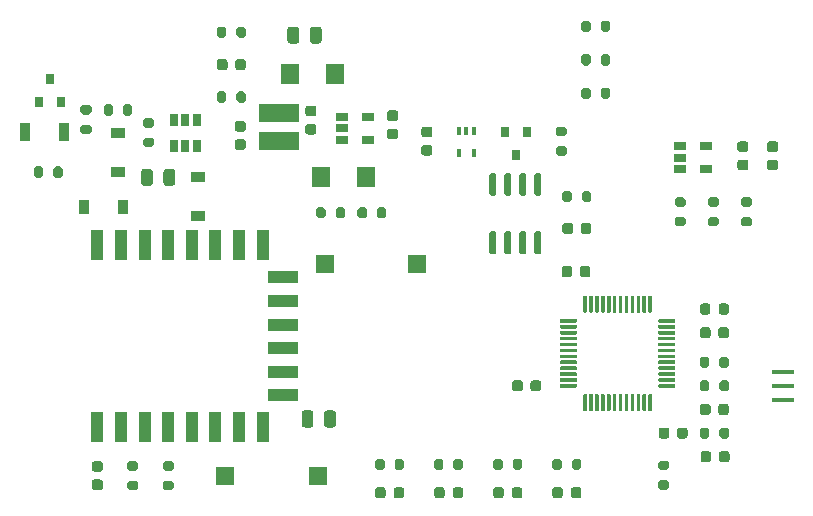
<source format=gbr>
%TF.GenerationSoftware,KiCad,Pcbnew,5.1.10*%
%TF.CreationDate,2021-05-04T20:33:21-04:00*%
%TF.ProjectId,CANalog,43414e61-6c6f-4672-9e6b-696361645f70,rev?*%
%TF.SameCoordinates,PX5b8d800PY848f8c0*%
%TF.FileFunction,Paste,Top*%
%TF.FilePolarity,Positive*%
%FSLAX46Y46*%
G04 Gerber Fmt 4.6, Leading zero omitted, Abs format (unit mm)*
G04 Created by KiCad (PCBNEW 5.1.10) date 2021-05-04 20:33:21*
%MOMM*%
%LPD*%
G01*
G04 APERTURE LIST*
%ADD10R,2.500000X1.100000*%
%ADD11R,1.100000X2.500000*%
%ADD12R,1.900000X0.400000*%
%ADD13R,0.400000X0.650000*%
%ADD14R,1.060000X0.650000*%
%ADD15R,0.650000X1.060000*%
%ADD16R,1.500000X1.500000*%
%ADD17R,0.800000X0.900000*%
%ADD18R,3.500000X1.600000*%
%ADD19R,1.200000X0.900000*%
%ADD20R,1.600000X1.800000*%
%ADD21R,0.900000X1.200000*%
%ADD22R,0.900000X1.600000*%
G04 APERTURE END LIST*
D10*
%TO.C,U4*%
X-47550000Y-25060000D03*
X-47550000Y-27060000D03*
X-47550000Y-29060000D03*
X-47550000Y-31060000D03*
X-47550000Y-33060000D03*
X-47550000Y-35060000D03*
D11*
X-63250000Y-22350000D03*
X-61250000Y-22350000D03*
X-59250000Y-22350000D03*
X-57250000Y-22350000D03*
X-55250000Y-22350000D03*
X-53250000Y-22350000D03*
X-51250000Y-22350000D03*
X-49250000Y-22350000D03*
X-49250000Y-37750000D03*
X-51250000Y-37750000D03*
X-53250000Y-37750000D03*
X-55250000Y-37750000D03*
X-57250000Y-37750000D03*
X-59250000Y-37750000D03*
X-61250000Y-37750000D03*
X-63250000Y-37750000D03*
%TD*%
%TO.C,R14*%
G36*
G01*
X-10575000Y-32525000D02*
X-10575000Y-31975000D01*
G75*
G02*
X-10375000Y-31775000I200000J0D01*
G01*
X-9975000Y-31775000D01*
G75*
G02*
X-9775000Y-31975000I0J-200000D01*
G01*
X-9775000Y-32525000D01*
G75*
G02*
X-9975000Y-32725000I-200000J0D01*
G01*
X-10375000Y-32725000D01*
G75*
G02*
X-10575000Y-32525000I0J200000D01*
G01*
G37*
G36*
G01*
X-12225000Y-32525000D02*
X-12225000Y-31975000D01*
G75*
G02*
X-12025000Y-31775000I200000J0D01*
G01*
X-11625000Y-31775000D01*
G75*
G02*
X-11425000Y-31975000I0J-200000D01*
G01*
X-11425000Y-32525000D01*
G75*
G02*
X-11625000Y-32725000I-200000J0D01*
G01*
X-12025000Y-32725000D01*
G75*
G02*
X-12225000Y-32525000I0J200000D01*
G01*
G37*
%TD*%
%TO.C,U3*%
G36*
G01*
X-16300000Y-35000000D02*
X-16300000Y-36325000D01*
G75*
G02*
X-16375000Y-36400000I-75000J0D01*
G01*
X-16525000Y-36400000D01*
G75*
G02*
X-16600000Y-36325000I0J75000D01*
G01*
X-16600000Y-35000000D01*
G75*
G02*
X-16525000Y-34925000I75000J0D01*
G01*
X-16375000Y-34925000D01*
G75*
G02*
X-16300000Y-35000000I0J-75000D01*
G01*
G37*
G36*
G01*
X-16800000Y-35000000D02*
X-16800000Y-36325000D01*
G75*
G02*
X-16875000Y-36400000I-75000J0D01*
G01*
X-17025000Y-36400000D01*
G75*
G02*
X-17100000Y-36325000I0J75000D01*
G01*
X-17100000Y-35000000D01*
G75*
G02*
X-17025000Y-34925000I75000J0D01*
G01*
X-16875000Y-34925000D01*
G75*
G02*
X-16800000Y-35000000I0J-75000D01*
G01*
G37*
G36*
G01*
X-17300000Y-35000000D02*
X-17300000Y-36325000D01*
G75*
G02*
X-17375000Y-36400000I-75000J0D01*
G01*
X-17525000Y-36400000D01*
G75*
G02*
X-17600000Y-36325000I0J75000D01*
G01*
X-17600000Y-35000000D01*
G75*
G02*
X-17525000Y-34925000I75000J0D01*
G01*
X-17375000Y-34925000D01*
G75*
G02*
X-17300000Y-35000000I0J-75000D01*
G01*
G37*
G36*
G01*
X-17800000Y-35000000D02*
X-17800000Y-36325000D01*
G75*
G02*
X-17875000Y-36400000I-75000J0D01*
G01*
X-18025000Y-36400000D01*
G75*
G02*
X-18100000Y-36325000I0J75000D01*
G01*
X-18100000Y-35000000D01*
G75*
G02*
X-18025000Y-34925000I75000J0D01*
G01*
X-17875000Y-34925000D01*
G75*
G02*
X-17800000Y-35000000I0J-75000D01*
G01*
G37*
G36*
G01*
X-18300000Y-35000000D02*
X-18300000Y-36325000D01*
G75*
G02*
X-18375000Y-36400000I-75000J0D01*
G01*
X-18525000Y-36400000D01*
G75*
G02*
X-18600000Y-36325000I0J75000D01*
G01*
X-18600000Y-35000000D01*
G75*
G02*
X-18525000Y-34925000I75000J0D01*
G01*
X-18375000Y-34925000D01*
G75*
G02*
X-18300000Y-35000000I0J-75000D01*
G01*
G37*
G36*
G01*
X-18800000Y-35000000D02*
X-18800000Y-36325000D01*
G75*
G02*
X-18875000Y-36400000I-75000J0D01*
G01*
X-19025000Y-36400000D01*
G75*
G02*
X-19100000Y-36325000I0J75000D01*
G01*
X-19100000Y-35000000D01*
G75*
G02*
X-19025000Y-34925000I75000J0D01*
G01*
X-18875000Y-34925000D01*
G75*
G02*
X-18800000Y-35000000I0J-75000D01*
G01*
G37*
G36*
G01*
X-19300000Y-35000000D02*
X-19300000Y-36325000D01*
G75*
G02*
X-19375000Y-36400000I-75000J0D01*
G01*
X-19525000Y-36400000D01*
G75*
G02*
X-19600000Y-36325000I0J75000D01*
G01*
X-19600000Y-35000000D01*
G75*
G02*
X-19525000Y-34925000I75000J0D01*
G01*
X-19375000Y-34925000D01*
G75*
G02*
X-19300000Y-35000000I0J-75000D01*
G01*
G37*
G36*
G01*
X-19800000Y-35000000D02*
X-19800000Y-36325000D01*
G75*
G02*
X-19875000Y-36400000I-75000J0D01*
G01*
X-20025000Y-36400000D01*
G75*
G02*
X-20100000Y-36325000I0J75000D01*
G01*
X-20100000Y-35000000D01*
G75*
G02*
X-20025000Y-34925000I75000J0D01*
G01*
X-19875000Y-34925000D01*
G75*
G02*
X-19800000Y-35000000I0J-75000D01*
G01*
G37*
G36*
G01*
X-20300000Y-35000000D02*
X-20300000Y-36325000D01*
G75*
G02*
X-20375000Y-36400000I-75000J0D01*
G01*
X-20525000Y-36400000D01*
G75*
G02*
X-20600000Y-36325000I0J75000D01*
G01*
X-20600000Y-35000000D01*
G75*
G02*
X-20525000Y-34925000I75000J0D01*
G01*
X-20375000Y-34925000D01*
G75*
G02*
X-20300000Y-35000000I0J-75000D01*
G01*
G37*
G36*
G01*
X-20800000Y-35000000D02*
X-20800000Y-36325000D01*
G75*
G02*
X-20875000Y-36400000I-75000J0D01*
G01*
X-21025000Y-36400000D01*
G75*
G02*
X-21100000Y-36325000I0J75000D01*
G01*
X-21100000Y-35000000D01*
G75*
G02*
X-21025000Y-34925000I75000J0D01*
G01*
X-20875000Y-34925000D01*
G75*
G02*
X-20800000Y-35000000I0J-75000D01*
G01*
G37*
G36*
G01*
X-21300000Y-35000000D02*
X-21300000Y-36325000D01*
G75*
G02*
X-21375000Y-36400000I-75000J0D01*
G01*
X-21525000Y-36400000D01*
G75*
G02*
X-21600000Y-36325000I0J75000D01*
G01*
X-21600000Y-35000000D01*
G75*
G02*
X-21525000Y-34925000I75000J0D01*
G01*
X-21375000Y-34925000D01*
G75*
G02*
X-21300000Y-35000000I0J-75000D01*
G01*
G37*
G36*
G01*
X-21800000Y-35000000D02*
X-21800000Y-36325000D01*
G75*
G02*
X-21875000Y-36400000I-75000J0D01*
G01*
X-22025000Y-36400000D01*
G75*
G02*
X-22100000Y-36325000I0J75000D01*
G01*
X-22100000Y-35000000D01*
G75*
G02*
X-22025000Y-34925000I75000J0D01*
G01*
X-21875000Y-34925000D01*
G75*
G02*
X-21800000Y-35000000I0J-75000D01*
G01*
G37*
G36*
G01*
X-22625000Y-34175000D02*
X-22625000Y-34325000D01*
G75*
G02*
X-22700000Y-34400000I-75000J0D01*
G01*
X-24025000Y-34400000D01*
G75*
G02*
X-24100000Y-34325000I0J75000D01*
G01*
X-24100000Y-34175000D01*
G75*
G02*
X-24025000Y-34100000I75000J0D01*
G01*
X-22700000Y-34100000D01*
G75*
G02*
X-22625000Y-34175000I0J-75000D01*
G01*
G37*
G36*
G01*
X-22625000Y-33675000D02*
X-22625000Y-33825000D01*
G75*
G02*
X-22700000Y-33900000I-75000J0D01*
G01*
X-24025000Y-33900000D01*
G75*
G02*
X-24100000Y-33825000I0J75000D01*
G01*
X-24100000Y-33675000D01*
G75*
G02*
X-24025000Y-33600000I75000J0D01*
G01*
X-22700000Y-33600000D01*
G75*
G02*
X-22625000Y-33675000I0J-75000D01*
G01*
G37*
G36*
G01*
X-22625000Y-33175000D02*
X-22625000Y-33325000D01*
G75*
G02*
X-22700000Y-33400000I-75000J0D01*
G01*
X-24025000Y-33400000D01*
G75*
G02*
X-24100000Y-33325000I0J75000D01*
G01*
X-24100000Y-33175000D01*
G75*
G02*
X-24025000Y-33100000I75000J0D01*
G01*
X-22700000Y-33100000D01*
G75*
G02*
X-22625000Y-33175000I0J-75000D01*
G01*
G37*
G36*
G01*
X-22625000Y-32675000D02*
X-22625000Y-32825000D01*
G75*
G02*
X-22700000Y-32900000I-75000J0D01*
G01*
X-24025000Y-32900000D01*
G75*
G02*
X-24100000Y-32825000I0J75000D01*
G01*
X-24100000Y-32675000D01*
G75*
G02*
X-24025000Y-32600000I75000J0D01*
G01*
X-22700000Y-32600000D01*
G75*
G02*
X-22625000Y-32675000I0J-75000D01*
G01*
G37*
G36*
G01*
X-22625000Y-32175000D02*
X-22625000Y-32325000D01*
G75*
G02*
X-22700000Y-32400000I-75000J0D01*
G01*
X-24025000Y-32400000D01*
G75*
G02*
X-24100000Y-32325000I0J75000D01*
G01*
X-24100000Y-32175000D01*
G75*
G02*
X-24025000Y-32100000I75000J0D01*
G01*
X-22700000Y-32100000D01*
G75*
G02*
X-22625000Y-32175000I0J-75000D01*
G01*
G37*
G36*
G01*
X-22625000Y-31675000D02*
X-22625000Y-31825000D01*
G75*
G02*
X-22700000Y-31900000I-75000J0D01*
G01*
X-24025000Y-31900000D01*
G75*
G02*
X-24100000Y-31825000I0J75000D01*
G01*
X-24100000Y-31675000D01*
G75*
G02*
X-24025000Y-31600000I75000J0D01*
G01*
X-22700000Y-31600000D01*
G75*
G02*
X-22625000Y-31675000I0J-75000D01*
G01*
G37*
G36*
G01*
X-22625000Y-31175000D02*
X-22625000Y-31325000D01*
G75*
G02*
X-22700000Y-31400000I-75000J0D01*
G01*
X-24025000Y-31400000D01*
G75*
G02*
X-24100000Y-31325000I0J75000D01*
G01*
X-24100000Y-31175000D01*
G75*
G02*
X-24025000Y-31100000I75000J0D01*
G01*
X-22700000Y-31100000D01*
G75*
G02*
X-22625000Y-31175000I0J-75000D01*
G01*
G37*
G36*
G01*
X-22625000Y-30675000D02*
X-22625000Y-30825000D01*
G75*
G02*
X-22700000Y-30900000I-75000J0D01*
G01*
X-24025000Y-30900000D01*
G75*
G02*
X-24100000Y-30825000I0J75000D01*
G01*
X-24100000Y-30675000D01*
G75*
G02*
X-24025000Y-30600000I75000J0D01*
G01*
X-22700000Y-30600000D01*
G75*
G02*
X-22625000Y-30675000I0J-75000D01*
G01*
G37*
G36*
G01*
X-22625000Y-30175000D02*
X-22625000Y-30325000D01*
G75*
G02*
X-22700000Y-30400000I-75000J0D01*
G01*
X-24025000Y-30400000D01*
G75*
G02*
X-24100000Y-30325000I0J75000D01*
G01*
X-24100000Y-30175000D01*
G75*
G02*
X-24025000Y-30100000I75000J0D01*
G01*
X-22700000Y-30100000D01*
G75*
G02*
X-22625000Y-30175000I0J-75000D01*
G01*
G37*
G36*
G01*
X-22625000Y-29675000D02*
X-22625000Y-29825000D01*
G75*
G02*
X-22700000Y-29900000I-75000J0D01*
G01*
X-24025000Y-29900000D01*
G75*
G02*
X-24100000Y-29825000I0J75000D01*
G01*
X-24100000Y-29675000D01*
G75*
G02*
X-24025000Y-29600000I75000J0D01*
G01*
X-22700000Y-29600000D01*
G75*
G02*
X-22625000Y-29675000I0J-75000D01*
G01*
G37*
G36*
G01*
X-22625000Y-29175000D02*
X-22625000Y-29325000D01*
G75*
G02*
X-22700000Y-29400000I-75000J0D01*
G01*
X-24025000Y-29400000D01*
G75*
G02*
X-24100000Y-29325000I0J75000D01*
G01*
X-24100000Y-29175000D01*
G75*
G02*
X-24025000Y-29100000I75000J0D01*
G01*
X-22700000Y-29100000D01*
G75*
G02*
X-22625000Y-29175000I0J-75000D01*
G01*
G37*
G36*
G01*
X-22625000Y-28675000D02*
X-22625000Y-28825000D01*
G75*
G02*
X-22700000Y-28900000I-75000J0D01*
G01*
X-24025000Y-28900000D01*
G75*
G02*
X-24100000Y-28825000I0J75000D01*
G01*
X-24100000Y-28675000D01*
G75*
G02*
X-24025000Y-28600000I75000J0D01*
G01*
X-22700000Y-28600000D01*
G75*
G02*
X-22625000Y-28675000I0J-75000D01*
G01*
G37*
G36*
G01*
X-21800000Y-26675000D02*
X-21800000Y-28000000D01*
G75*
G02*
X-21875000Y-28075000I-75000J0D01*
G01*
X-22025000Y-28075000D01*
G75*
G02*
X-22100000Y-28000000I0J75000D01*
G01*
X-22100000Y-26675000D01*
G75*
G02*
X-22025000Y-26600000I75000J0D01*
G01*
X-21875000Y-26600000D01*
G75*
G02*
X-21800000Y-26675000I0J-75000D01*
G01*
G37*
G36*
G01*
X-21300000Y-26675000D02*
X-21300000Y-28000000D01*
G75*
G02*
X-21375000Y-28075000I-75000J0D01*
G01*
X-21525000Y-28075000D01*
G75*
G02*
X-21600000Y-28000000I0J75000D01*
G01*
X-21600000Y-26675000D01*
G75*
G02*
X-21525000Y-26600000I75000J0D01*
G01*
X-21375000Y-26600000D01*
G75*
G02*
X-21300000Y-26675000I0J-75000D01*
G01*
G37*
G36*
G01*
X-20800000Y-26675000D02*
X-20800000Y-28000000D01*
G75*
G02*
X-20875000Y-28075000I-75000J0D01*
G01*
X-21025000Y-28075000D01*
G75*
G02*
X-21100000Y-28000000I0J75000D01*
G01*
X-21100000Y-26675000D01*
G75*
G02*
X-21025000Y-26600000I75000J0D01*
G01*
X-20875000Y-26600000D01*
G75*
G02*
X-20800000Y-26675000I0J-75000D01*
G01*
G37*
G36*
G01*
X-20300000Y-26675000D02*
X-20300000Y-28000000D01*
G75*
G02*
X-20375000Y-28075000I-75000J0D01*
G01*
X-20525000Y-28075000D01*
G75*
G02*
X-20600000Y-28000000I0J75000D01*
G01*
X-20600000Y-26675000D01*
G75*
G02*
X-20525000Y-26600000I75000J0D01*
G01*
X-20375000Y-26600000D01*
G75*
G02*
X-20300000Y-26675000I0J-75000D01*
G01*
G37*
G36*
G01*
X-19800000Y-26675000D02*
X-19800000Y-28000000D01*
G75*
G02*
X-19875000Y-28075000I-75000J0D01*
G01*
X-20025000Y-28075000D01*
G75*
G02*
X-20100000Y-28000000I0J75000D01*
G01*
X-20100000Y-26675000D01*
G75*
G02*
X-20025000Y-26600000I75000J0D01*
G01*
X-19875000Y-26600000D01*
G75*
G02*
X-19800000Y-26675000I0J-75000D01*
G01*
G37*
G36*
G01*
X-19300000Y-26675000D02*
X-19300000Y-28000000D01*
G75*
G02*
X-19375000Y-28075000I-75000J0D01*
G01*
X-19525000Y-28075000D01*
G75*
G02*
X-19600000Y-28000000I0J75000D01*
G01*
X-19600000Y-26675000D01*
G75*
G02*
X-19525000Y-26600000I75000J0D01*
G01*
X-19375000Y-26600000D01*
G75*
G02*
X-19300000Y-26675000I0J-75000D01*
G01*
G37*
G36*
G01*
X-18800000Y-26675000D02*
X-18800000Y-28000000D01*
G75*
G02*
X-18875000Y-28075000I-75000J0D01*
G01*
X-19025000Y-28075000D01*
G75*
G02*
X-19100000Y-28000000I0J75000D01*
G01*
X-19100000Y-26675000D01*
G75*
G02*
X-19025000Y-26600000I75000J0D01*
G01*
X-18875000Y-26600000D01*
G75*
G02*
X-18800000Y-26675000I0J-75000D01*
G01*
G37*
G36*
G01*
X-18300000Y-26675000D02*
X-18300000Y-28000000D01*
G75*
G02*
X-18375000Y-28075000I-75000J0D01*
G01*
X-18525000Y-28075000D01*
G75*
G02*
X-18600000Y-28000000I0J75000D01*
G01*
X-18600000Y-26675000D01*
G75*
G02*
X-18525000Y-26600000I75000J0D01*
G01*
X-18375000Y-26600000D01*
G75*
G02*
X-18300000Y-26675000I0J-75000D01*
G01*
G37*
G36*
G01*
X-17800000Y-26675000D02*
X-17800000Y-28000000D01*
G75*
G02*
X-17875000Y-28075000I-75000J0D01*
G01*
X-18025000Y-28075000D01*
G75*
G02*
X-18100000Y-28000000I0J75000D01*
G01*
X-18100000Y-26675000D01*
G75*
G02*
X-18025000Y-26600000I75000J0D01*
G01*
X-17875000Y-26600000D01*
G75*
G02*
X-17800000Y-26675000I0J-75000D01*
G01*
G37*
G36*
G01*
X-17300000Y-26675000D02*
X-17300000Y-28000000D01*
G75*
G02*
X-17375000Y-28075000I-75000J0D01*
G01*
X-17525000Y-28075000D01*
G75*
G02*
X-17600000Y-28000000I0J75000D01*
G01*
X-17600000Y-26675000D01*
G75*
G02*
X-17525000Y-26600000I75000J0D01*
G01*
X-17375000Y-26600000D01*
G75*
G02*
X-17300000Y-26675000I0J-75000D01*
G01*
G37*
G36*
G01*
X-16800000Y-26675000D02*
X-16800000Y-28000000D01*
G75*
G02*
X-16875000Y-28075000I-75000J0D01*
G01*
X-17025000Y-28075000D01*
G75*
G02*
X-17100000Y-28000000I0J75000D01*
G01*
X-17100000Y-26675000D01*
G75*
G02*
X-17025000Y-26600000I75000J0D01*
G01*
X-16875000Y-26600000D01*
G75*
G02*
X-16800000Y-26675000I0J-75000D01*
G01*
G37*
G36*
G01*
X-16300000Y-26675000D02*
X-16300000Y-28000000D01*
G75*
G02*
X-16375000Y-28075000I-75000J0D01*
G01*
X-16525000Y-28075000D01*
G75*
G02*
X-16600000Y-28000000I0J75000D01*
G01*
X-16600000Y-26675000D01*
G75*
G02*
X-16525000Y-26600000I75000J0D01*
G01*
X-16375000Y-26600000D01*
G75*
G02*
X-16300000Y-26675000I0J-75000D01*
G01*
G37*
G36*
G01*
X-14300000Y-28675000D02*
X-14300000Y-28825000D01*
G75*
G02*
X-14375000Y-28900000I-75000J0D01*
G01*
X-15700000Y-28900000D01*
G75*
G02*
X-15775000Y-28825000I0J75000D01*
G01*
X-15775000Y-28675000D01*
G75*
G02*
X-15700000Y-28600000I75000J0D01*
G01*
X-14375000Y-28600000D01*
G75*
G02*
X-14300000Y-28675000I0J-75000D01*
G01*
G37*
G36*
G01*
X-14300000Y-29175000D02*
X-14300000Y-29325000D01*
G75*
G02*
X-14375000Y-29400000I-75000J0D01*
G01*
X-15700000Y-29400000D01*
G75*
G02*
X-15775000Y-29325000I0J75000D01*
G01*
X-15775000Y-29175000D01*
G75*
G02*
X-15700000Y-29100000I75000J0D01*
G01*
X-14375000Y-29100000D01*
G75*
G02*
X-14300000Y-29175000I0J-75000D01*
G01*
G37*
G36*
G01*
X-14300000Y-29675000D02*
X-14300000Y-29825000D01*
G75*
G02*
X-14375000Y-29900000I-75000J0D01*
G01*
X-15700000Y-29900000D01*
G75*
G02*
X-15775000Y-29825000I0J75000D01*
G01*
X-15775000Y-29675000D01*
G75*
G02*
X-15700000Y-29600000I75000J0D01*
G01*
X-14375000Y-29600000D01*
G75*
G02*
X-14300000Y-29675000I0J-75000D01*
G01*
G37*
G36*
G01*
X-14300000Y-30175000D02*
X-14300000Y-30325000D01*
G75*
G02*
X-14375000Y-30400000I-75000J0D01*
G01*
X-15700000Y-30400000D01*
G75*
G02*
X-15775000Y-30325000I0J75000D01*
G01*
X-15775000Y-30175000D01*
G75*
G02*
X-15700000Y-30100000I75000J0D01*
G01*
X-14375000Y-30100000D01*
G75*
G02*
X-14300000Y-30175000I0J-75000D01*
G01*
G37*
G36*
G01*
X-14300000Y-30675000D02*
X-14300000Y-30825000D01*
G75*
G02*
X-14375000Y-30900000I-75000J0D01*
G01*
X-15700000Y-30900000D01*
G75*
G02*
X-15775000Y-30825000I0J75000D01*
G01*
X-15775000Y-30675000D01*
G75*
G02*
X-15700000Y-30600000I75000J0D01*
G01*
X-14375000Y-30600000D01*
G75*
G02*
X-14300000Y-30675000I0J-75000D01*
G01*
G37*
G36*
G01*
X-14300000Y-31175000D02*
X-14300000Y-31325000D01*
G75*
G02*
X-14375000Y-31400000I-75000J0D01*
G01*
X-15700000Y-31400000D01*
G75*
G02*
X-15775000Y-31325000I0J75000D01*
G01*
X-15775000Y-31175000D01*
G75*
G02*
X-15700000Y-31100000I75000J0D01*
G01*
X-14375000Y-31100000D01*
G75*
G02*
X-14300000Y-31175000I0J-75000D01*
G01*
G37*
G36*
G01*
X-14300000Y-31675000D02*
X-14300000Y-31825000D01*
G75*
G02*
X-14375000Y-31900000I-75000J0D01*
G01*
X-15700000Y-31900000D01*
G75*
G02*
X-15775000Y-31825000I0J75000D01*
G01*
X-15775000Y-31675000D01*
G75*
G02*
X-15700000Y-31600000I75000J0D01*
G01*
X-14375000Y-31600000D01*
G75*
G02*
X-14300000Y-31675000I0J-75000D01*
G01*
G37*
G36*
G01*
X-14300000Y-32175000D02*
X-14300000Y-32325000D01*
G75*
G02*
X-14375000Y-32400000I-75000J0D01*
G01*
X-15700000Y-32400000D01*
G75*
G02*
X-15775000Y-32325000I0J75000D01*
G01*
X-15775000Y-32175000D01*
G75*
G02*
X-15700000Y-32100000I75000J0D01*
G01*
X-14375000Y-32100000D01*
G75*
G02*
X-14300000Y-32175000I0J-75000D01*
G01*
G37*
G36*
G01*
X-14300000Y-32675000D02*
X-14300000Y-32825000D01*
G75*
G02*
X-14375000Y-32900000I-75000J0D01*
G01*
X-15700000Y-32900000D01*
G75*
G02*
X-15775000Y-32825000I0J75000D01*
G01*
X-15775000Y-32675000D01*
G75*
G02*
X-15700000Y-32600000I75000J0D01*
G01*
X-14375000Y-32600000D01*
G75*
G02*
X-14300000Y-32675000I0J-75000D01*
G01*
G37*
G36*
G01*
X-14300000Y-33175000D02*
X-14300000Y-33325000D01*
G75*
G02*
X-14375000Y-33400000I-75000J0D01*
G01*
X-15700000Y-33400000D01*
G75*
G02*
X-15775000Y-33325000I0J75000D01*
G01*
X-15775000Y-33175000D01*
G75*
G02*
X-15700000Y-33100000I75000J0D01*
G01*
X-14375000Y-33100000D01*
G75*
G02*
X-14300000Y-33175000I0J-75000D01*
G01*
G37*
G36*
G01*
X-14300000Y-33675000D02*
X-14300000Y-33825000D01*
G75*
G02*
X-14375000Y-33900000I-75000J0D01*
G01*
X-15700000Y-33900000D01*
G75*
G02*
X-15775000Y-33825000I0J75000D01*
G01*
X-15775000Y-33675000D01*
G75*
G02*
X-15700000Y-33600000I75000J0D01*
G01*
X-14375000Y-33600000D01*
G75*
G02*
X-14300000Y-33675000I0J-75000D01*
G01*
G37*
G36*
G01*
X-14300000Y-34175000D02*
X-14300000Y-34325000D01*
G75*
G02*
X-14375000Y-34400000I-75000J0D01*
G01*
X-15700000Y-34400000D01*
G75*
G02*
X-15775000Y-34325000I0J75000D01*
G01*
X-15775000Y-34175000D01*
G75*
G02*
X-15700000Y-34100000I75000J0D01*
G01*
X-14375000Y-34100000D01*
G75*
G02*
X-14300000Y-34175000I0J-75000D01*
G01*
G37*
%TD*%
%TO.C,FB1*%
G36*
G01*
X-10650000Y-28006250D02*
X-10650000Y-27493750D01*
G75*
G02*
X-10431250Y-27275000I218750J0D01*
G01*
X-9993750Y-27275000D01*
G75*
G02*
X-9775000Y-27493750I0J-218750D01*
G01*
X-9775000Y-28006250D01*
G75*
G02*
X-9993750Y-28225000I-218750J0D01*
G01*
X-10431250Y-28225000D01*
G75*
G02*
X-10650000Y-28006250I0J218750D01*
G01*
G37*
G36*
G01*
X-12225000Y-28006250D02*
X-12225000Y-27493750D01*
G75*
G02*
X-12006250Y-27275000I218750J0D01*
G01*
X-11568750Y-27275000D01*
G75*
G02*
X-11350000Y-27493750I0J-218750D01*
G01*
X-11350000Y-28006250D01*
G75*
G02*
X-11568750Y-28225000I-218750J0D01*
G01*
X-12006250Y-28225000D01*
G75*
G02*
X-12225000Y-28006250I0J218750D01*
G01*
G37*
%TD*%
D12*
%TO.C,Y1*%
X-5200000Y-33050000D03*
X-5200000Y-34250000D03*
X-5200000Y-35450000D03*
%TD*%
D13*
%TO.C,U7*%
X-31350000Y-14575000D03*
X-32650000Y-14575000D03*
X-32000000Y-12675000D03*
X-32650000Y-12675000D03*
X-31350000Y-12675000D03*
%TD*%
%TO.C,U6*%
G36*
G01*
X-29605000Y-18175000D02*
X-29905000Y-18175000D01*
G75*
G02*
X-30055000Y-18025000I0J150000D01*
G01*
X-30055000Y-16375000D01*
G75*
G02*
X-29905000Y-16225000I150000J0D01*
G01*
X-29605000Y-16225000D01*
G75*
G02*
X-29455000Y-16375000I0J-150000D01*
G01*
X-29455000Y-18025000D01*
G75*
G02*
X-29605000Y-18175000I-150000J0D01*
G01*
G37*
G36*
G01*
X-28335000Y-18175000D02*
X-28635000Y-18175000D01*
G75*
G02*
X-28785000Y-18025000I0J150000D01*
G01*
X-28785000Y-16375000D01*
G75*
G02*
X-28635000Y-16225000I150000J0D01*
G01*
X-28335000Y-16225000D01*
G75*
G02*
X-28185000Y-16375000I0J-150000D01*
G01*
X-28185000Y-18025000D01*
G75*
G02*
X-28335000Y-18175000I-150000J0D01*
G01*
G37*
G36*
G01*
X-27065000Y-18175000D02*
X-27365000Y-18175000D01*
G75*
G02*
X-27515000Y-18025000I0J150000D01*
G01*
X-27515000Y-16375000D01*
G75*
G02*
X-27365000Y-16225000I150000J0D01*
G01*
X-27065000Y-16225000D01*
G75*
G02*
X-26915000Y-16375000I0J-150000D01*
G01*
X-26915000Y-18025000D01*
G75*
G02*
X-27065000Y-18175000I-150000J0D01*
G01*
G37*
G36*
G01*
X-25795000Y-18175000D02*
X-26095000Y-18175000D01*
G75*
G02*
X-26245000Y-18025000I0J150000D01*
G01*
X-26245000Y-16375000D01*
G75*
G02*
X-26095000Y-16225000I150000J0D01*
G01*
X-25795000Y-16225000D01*
G75*
G02*
X-25645000Y-16375000I0J-150000D01*
G01*
X-25645000Y-18025000D01*
G75*
G02*
X-25795000Y-18175000I-150000J0D01*
G01*
G37*
G36*
G01*
X-25795000Y-23125000D02*
X-26095000Y-23125000D01*
G75*
G02*
X-26245000Y-22975000I0J150000D01*
G01*
X-26245000Y-21325000D01*
G75*
G02*
X-26095000Y-21175000I150000J0D01*
G01*
X-25795000Y-21175000D01*
G75*
G02*
X-25645000Y-21325000I0J-150000D01*
G01*
X-25645000Y-22975000D01*
G75*
G02*
X-25795000Y-23125000I-150000J0D01*
G01*
G37*
G36*
G01*
X-27065000Y-23125000D02*
X-27365000Y-23125000D01*
G75*
G02*
X-27515000Y-22975000I0J150000D01*
G01*
X-27515000Y-21325000D01*
G75*
G02*
X-27365000Y-21175000I150000J0D01*
G01*
X-27065000Y-21175000D01*
G75*
G02*
X-26915000Y-21325000I0J-150000D01*
G01*
X-26915000Y-22975000D01*
G75*
G02*
X-27065000Y-23125000I-150000J0D01*
G01*
G37*
G36*
G01*
X-28335000Y-23125000D02*
X-28635000Y-23125000D01*
G75*
G02*
X-28785000Y-22975000I0J150000D01*
G01*
X-28785000Y-21325000D01*
G75*
G02*
X-28635000Y-21175000I150000J0D01*
G01*
X-28335000Y-21175000D01*
G75*
G02*
X-28185000Y-21325000I0J-150000D01*
G01*
X-28185000Y-22975000D01*
G75*
G02*
X-28335000Y-23125000I-150000J0D01*
G01*
G37*
G36*
G01*
X-29605000Y-23125000D02*
X-29905000Y-23125000D01*
G75*
G02*
X-30055000Y-22975000I0J150000D01*
G01*
X-30055000Y-21325000D01*
G75*
G02*
X-29905000Y-21175000I150000J0D01*
G01*
X-29605000Y-21175000D01*
G75*
G02*
X-29455000Y-21325000I0J-150000D01*
G01*
X-29455000Y-22975000D01*
G75*
G02*
X-29605000Y-23125000I-150000J0D01*
G01*
G37*
%TD*%
D14*
%TO.C,U5*%
X-11700000Y-13975000D03*
X-11700000Y-15875000D03*
X-13900000Y-15875000D03*
X-13900000Y-14925000D03*
X-13900000Y-13975000D03*
%TD*%
%TO.C,U2*%
X-40300000Y-11500000D03*
X-40300000Y-13400000D03*
X-42500000Y-13400000D03*
X-42500000Y-12450000D03*
X-42500000Y-11500000D03*
%TD*%
D15*
%TO.C,U1*%
X-55800000Y-13900000D03*
X-54850000Y-13900000D03*
X-56750000Y-13900000D03*
X-56750000Y-11700000D03*
X-55800000Y-11700000D03*
X-54850000Y-11700000D03*
%TD*%
D16*
%TO.C,SW2*%
X-44000000Y-23900000D03*
X-36200000Y-23900000D03*
%TD*%
%TO.C,SW1*%
X-52400000Y-41875000D03*
X-44600000Y-41875000D03*
%TD*%
%TO.C,R26*%
G36*
G01*
X-24250000Y-13950000D02*
X-23700000Y-13950000D01*
G75*
G02*
X-23500000Y-14150000I0J-200000D01*
G01*
X-23500000Y-14550000D01*
G75*
G02*
X-23700000Y-14750000I-200000J0D01*
G01*
X-24250000Y-14750000D01*
G75*
G02*
X-24450000Y-14550000I0J200000D01*
G01*
X-24450000Y-14150000D01*
G75*
G02*
X-24250000Y-13950000I200000J0D01*
G01*
G37*
G36*
G01*
X-24250000Y-12300000D02*
X-23700000Y-12300000D01*
G75*
G02*
X-23500000Y-12500000I0J-200000D01*
G01*
X-23500000Y-12900000D01*
G75*
G02*
X-23700000Y-13100000I-200000J0D01*
G01*
X-24250000Y-13100000D01*
G75*
G02*
X-24450000Y-12900000I0J200000D01*
G01*
X-24450000Y-12500000D01*
G75*
G02*
X-24250000Y-12300000I200000J0D01*
G01*
G37*
%TD*%
%TO.C,R25*%
G36*
G01*
X-23925000Y-40625000D02*
X-23925000Y-41175000D01*
G75*
G02*
X-24125000Y-41375000I-200000J0D01*
G01*
X-24525000Y-41375000D01*
G75*
G02*
X-24725000Y-41175000I0J200000D01*
G01*
X-24725000Y-40625000D01*
G75*
G02*
X-24525000Y-40425000I200000J0D01*
G01*
X-24125000Y-40425000D01*
G75*
G02*
X-23925000Y-40625000I0J-200000D01*
G01*
G37*
G36*
G01*
X-22275000Y-40625000D02*
X-22275000Y-41175000D01*
G75*
G02*
X-22475000Y-41375000I-200000J0D01*
G01*
X-22875000Y-41375000D01*
G75*
G02*
X-23075000Y-41175000I0J200000D01*
G01*
X-23075000Y-40625000D01*
G75*
G02*
X-22875000Y-40425000I200000J0D01*
G01*
X-22475000Y-40425000D01*
G75*
G02*
X-22275000Y-40625000I0J-200000D01*
G01*
G37*
%TD*%
%TO.C,R24*%
G36*
G01*
X-28925000Y-40625000D02*
X-28925000Y-41175000D01*
G75*
G02*
X-29125000Y-41375000I-200000J0D01*
G01*
X-29525000Y-41375000D01*
G75*
G02*
X-29725000Y-41175000I0J200000D01*
G01*
X-29725000Y-40625000D01*
G75*
G02*
X-29525000Y-40425000I200000J0D01*
G01*
X-29125000Y-40425000D01*
G75*
G02*
X-28925000Y-40625000I0J-200000D01*
G01*
G37*
G36*
G01*
X-27275000Y-40625000D02*
X-27275000Y-41175000D01*
G75*
G02*
X-27475000Y-41375000I-200000J0D01*
G01*
X-27875000Y-41375000D01*
G75*
G02*
X-28075000Y-41175000I0J200000D01*
G01*
X-28075000Y-40625000D01*
G75*
G02*
X-27875000Y-40425000I200000J0D01*
G01*
X-27475000Y-40425000D01*
G75*
G02*
X-27275000Y-40625000I0J-200000D01*
G01*
G37*
%TD*%
%TO.C,R23*%
G36*
G01*
X-33950000Y-40625000D02*
X-33950000Y-41175000D01*
G75*
G02*
X-34150000Y-41375000I-200000J0D01*
G01*
X-34550000Y-41375000D01*
G75*
G02*
X-34750000Y-41175000I0J200000D01*
G01*
X-34750000Y-40625000D01*
G75*
G02*
X-34550000Y-40425000I200000J0D01*
G01*
X-34150000Y-40425000D01*
G75*
G02*
X-33950000Y-40625000I0J-200000D01*
G01*
G37*
G36*
G01*
X-32300000Y-40625000D02*
X-32300000Y-41175000D01*
G75*
G02*
X-32500000Y-41375000I-200000J0D01*
G01*
X-32900000Y-41375000D01*
G75*
G02*
X-33100000Y-41175000I0J200000D01*
G01*
X-33100000Y-40625000D01*
G75*
G02*
X-32900000Y-40425000I200000J0D01*
G01*
X-32500000Y-40425000D01*
G75*
G02*
X-32300000Y-40625000I0J-200000D01*
G01*
G37*
%TD*%
%TO.C,R22*%
G36*
G01*
X-38075000Y-41175000D02*
X-38075000Y-40625000D01*
G75*
G02*
X-37875000Y-40425000I200000J0D01*
G01*
X-37475000Y-40425000D01*
G75*
G02*
X-37275000Y-40625000I0J-200000D01*
G01*
X-37275000Y-41175000D01*
G75*
G02*
X-37475000Y-41375000I-200000J0D01*
G01*
X-37875000Y-41375000D01*
G75*
G02*
X-38075000Y-41175000I0J200000D01*
G01*
G37*
G36*
G01*
X-39725000Y-41175000D02*
X-39725000Y-40625000D01*
G75*
G02*
X-39525000Y-40425000I200000J0D01*
G01*
X-39125000Y-40425000D01*
G75*
G02*
X-38925000Y-40625000I0J-200000D01*
G01*
X-38925000Y-41175000D01*
G75*
G02*
X-39125000Y-41375000I-200000J0D01*
G01*
X-39525000Y-41375000D01*
G75*
G02*
X-39725000Y-41175000I0J200000D01*
G01*
G37*
%TD*%
%TO.C,R21*%
G36*
G01*
X-22225000Y-18500000D02*
X-22225000Y-17950000D01*
G75*
G02*
X-22025000Y-17750000I200000J0D01*
G01*
X-21625000Y-17750000D01*
G75*
G02*
X-21425000Y-17950000I0J-200000D01*
G01*
X-21425000Y-18500000D01*
G75*
G02*
X-21625000Y-18700000I-200000J0D01*
G01*
X-22025000Y-18700000D01*
G75*
G02*
X-22225000Y-18500000I0J200000D01*
G01*
G37*
G36*
G01*
X-23875000Y-18500000D02*
X-23875000Y-17950000D01*
G75*
G02*
X-23675000Y-17750000I200000J0D01*
G01*
X-23275000Y-17750000D01*
G75*
G02*
X-23075000Y-17950000I0J-200000D01*
G01*
X-23075000Y-18500000D01*
G75*
G02*
X-23275000Y-18700000I-200000J0D01*
G01*
X-23675000Y-18700000D01*
G75*
G02*
X-23875000Y-18500000I0J200000D01*
G01*
G37*
%TD*%
%TO.C,R20*%
G36*
G01*
X-11375000Y-19950000D02*
X-10825000Y-19950000D01*
G75*
G02*
X-10625000Y-20150000I0J-200000D01*
G01*
X-10625000Y-20550000D01*
G75*
G02*
X-10825000Y-20750000I-200000J0D01*
G01*
X-11375000Y-20750000D01*
G75*
G02*
X-11575000Y-20550000I0J200000D01*
G01*
X-11575000Y-20150000D01*
G75*
G02*
X-11375000Y-19950000I200000J0D01*
G01*
G37*
G36*
G01*
X-11375000Y-18300000D02*
X-10825000Y-18300000D01*
G75*
G02*
X-10625000Y-18500000I0J-200000D01*
G01*
X-10625000Y-18900000D01*
G75*
G02*
X-10825000Y-19100000I-200000J0D01*
G01*
X-11375000Y-19100000D01*
G75*
G02*
X-11575000Y-18900000I0J200000D01*
G01*
X-11575000Y-18500000D01*
G75*
G02*
X-11375000Y-18300000I200000J0D01*
G01*
G37*
%TD*%
%TO.C,R19*%
G36*
G01*
X-13625000Y-19100000D02*
X-14175000Y-19100000D01*
G75*
G02*
X-14375000Y-18900000I0J200000D01*
G01*
X-14375000Y-18500000D01*
G75*
G02*
X-14175000Y-18300000I200000J0D01*
G01*
X-13625000Y-18300000D01*
G75*
G02*
X-13425000Y-18500000I0J-200000D01*
G01*
X-13425000Y-18900000D01*
G75*
G02*
X-13625000Y-19100000I-200000J0D01*
G01*
G37*
G36*
G01*
X-13625000Y-20750000D02*
X-14175000Y-20750000D01*
G75*
G02*
X-14375000Y-20550000I0J200000D01*
G01*
X-14375000Y-20150000D01*
G75*
G02*
X-14175000Y-19950000I200000J0D01*
G01*
X-13625000Y-19950000D01*
G75*
G02*
X-13425000Y-20150000I0J-200000D01*
G01*
X-13425000Y-20550000D01*
G75*
G02*
X-13625000Y-20750000I-200000J0D01*
G01*
G37*
%TD*%
%TO.C,R18*%
G36*
G01*
X-8575000Y-19950000D02*
X-8025000Y-19950000D01*
G75*
G02*
X-7825000Y-20150000I0J-200000D01*
G01*
X-7825000Y-20550000D01*
G75*
G02*
X-8025000Y-20750000I-200000J0D01*
G01*
X-8575000Y-20750000D01*
G75*
G02*
X-8775000Y-20550000I0J200000D01*
G01*
X-8775000Y-20150000D01*
G75*
G02*
X-8575000Y-19950000I200000J0D01*
G01*
G37*
G36*
G01*
X-8575000Y-18300000D02*
X-8025000Y-18300000D01*
G75*
G02*
X-7825000Y-18500000I0J-200000D01*
G01*
X-7825000Y-18900000D01*
G75*
G02*
X-8025000Y-19100000I-200000J0D01*
G01*
X-8575000Y-19100000D01*
G75*
G02*
X-8775000Y-18900000I0J200000D01*
G01*
X-8775000Y-18500000D01*
G75*
G02*
X-8575000Y-18300000I200000J0D01*
G01*
G37*
%TD*%
%TO.C,R17*%
G36*
G01*
X-43075000Y-19875000D02*
X-43075000Y-19325000D01*
G75*
G02*
X-42875000Y-19125000I200000J0D01*
G01*
X-42475000Y-19125000D01*
G75*
G02*
X-42275000Y-19325000I0J-200000D01*
G01*
X-42275000Y-19875000D01*
G75*
G02*
X-42475000Y-20075000I-200000J0D01*
G01*
X-42875000Y-20075000D01*
G75*
G02*
X-43075000Y-19875000I0J200000D01*
G01*
G37*
G36*
G01*
X-44725000Y-19875000D02*
X-44725000Y-19325000D01*
G75*
G02*
X-44525000Y-19125000I200000J0D01*
G01*
X-44125000Y-19125000D01*
G75*
G02*
X-43925000Y-19325000I0J-200000D01*
G01*
X-43925000Y-19875000D01*
G75*
G02*
X-44125000Y-20075000I-200000J0D01*
G01*
X-44525000Y-20075000D01*
G75*
G02*
X-44725000Y-19875000I0J200000D01*
G01*
G37*
%TD*%
%TO.C,R16*%
G36*
G01*
X-10575000Y-38525000D02*
X-10575000Y-37975000D01*
G75*
G02*
X-10375000Y-37775000I200000J0D01*
G01*
X-9975000Y-37775000D01*
G75*
G02*
X-9775000Y-37975000I0J-200000D01*
G01*
X-9775000Y-38525000D01*
G75*
G02*
X-9975000Y-38725000I-200000J0D01*
G01*
X-10375000Y-38725000D01*
G75*
G02*
X-10575000Y-38525000I0J200000D01*
G01*
G37*
G36*
G01*
X-12225000Y-38525000D02*
X-12225000Y-37975000D01*
G75*
G02*
X-12025000Y-37775000I200000J0D01*
G01*
X-11625000Y-37775000D01*
G75*
G02*
X-11425000Y-37975000I0J-200000D01*
G01*
X-11425000Y-38525000D01*
G75*
G02*
X-11625000Y-38725000I-200000J0D01*
G01*
X-12025000Y-38725000D01*
G75*
G02*
X-12225000Y-38525000I0J200000D01*
G01*
G37*
%TD*%
%TO.C,R15*%
G36*
G01*
X-56975000Y-41425000D02*
X-57525000Y-41425000D01*
G75*
G02*
X-57725000Y-41225000I0J200000D01*
G01*
X-57725000Y-40825000D01*
G75*
G02*
X-57525000Y-40625000I200000J0D01*
G01*
X-56975000Y-40625000D01*
G75*
G02*
X-56775000Y-40825000I0J-200000D01*
G01*
X-56775000Y-41225000D01*
G75*
G02*
X-56975000Y-41425000I-200000J0D01*
G01*
G37*
G36*
G01*
X-56975000Y-43075000D02*
X-57525000Y-43075000D01*
G75*
G02*
X-57725000Y-42875000I0J200000D01*
G01*
X-57725000Y-42475000D01*
G75*
G02*
X-57525000Y-42275000I200000J0D01*
G01*
X-56975000Y-42275000D01*
G75*
G02*
X-56775000Y-42475000I0J-200000D01*
G01*
X-56775000Y-42875000D01*
G75*
G02*
X-56975000Y-43075000I-200000J0D01*
G01*
G37*
%TD*%
%TO.C,R13*%
G36*
G01*
X-10575000Y-34525000D02*
X-10575000Y-33975000D01*
G75*
G02*
X-10375000Y-33775000I200000J0D01*
G01*
X-9975000Y-33775000D01*
G75*
G02*
X-9775000Y-33975000I0J-200000D01*
G01*
X-9775000Y-34525000D01*
G75*
G02*
X-9975000Y-34725000I-200000J0D01*
G01*
X-10375000Y-34725000D01*
G75*
G02*
X-10575000Y-34525000I0J200000D01*
G01*
G37*
G36*
G01*
X-12225000Y-34525000D02*
X-12225000Y-33975000D01*
G75*
G02*
X-12025000Y-33775000I200000J0D01*
G01*
X-11625000Y-33775000D01*
G75*
G02*
X-11425000Y-33975000I0J-200000D01*
G01*
X-11425000Y-34525000D01*
G75*
G02*
X-11625000Y-34725000I-200000J0D01*
G01*
X-12025000Y-34725000D01*
G75*
G02*
X-12225000Y-34525000I0J200000D01*
G01*
G37*
%TD*%
%TO.C,R12*%
G36*
G01*
X-20625000Y-4075000D02*
X-20625000Y-3525000D01*
G75*
G02*
X-20425000Y-3325000I200000J0D01*
G01*
X-20025000Y-3325000D01*
G75*
G02*
X-19825000Y-3525000I0J-200000D01*
G01*
X-19825000Y-4075000D01*
G75*
G02*
X-20025000Y-4275000I-200000J0D01*
G01*
X-20425000Y-4275000D01*
G75*
G02*
X-20625000Y-4075000I0J200000D01*
G01*
G37*
G36*
G01*
X-22275000Y-4075000D02*
X-22275000Y-3525000D01*
G75*
G02*
X-22075000Y-3325000I200000J0D01*
G01*
X-21675000Y-3325000D01*
G75*
G02*
X-21475000Y-3525000I0J-200000D01*
G01*
X-21475000Y-4075000D01*
G75*
G02*
X-21675000Y-4275000I-200000J0D01*
G01*
X-22075000Y-4275000D01*
G75*
G02*
X-22275000Y-4075000I0J200000D01*
G01*
G37*
%TD*%
%TO.C,R11*%
G36*
G01*
X-20625000Y-6925000D02*
X-20625000Y-6375000D01*
G75*
G02*
X-20425000Y-6175000I200000J0D01*
G01*
X-20025000Y-6175000D01*
G75*
G02*
X-19825000Y-6375000I0J-200000D01*
G01*
X-19825000Y-6925000D01*
G75*
G02*
X-20025000Y-7125000I-200000J0D01*
G01*
X-20425000Y-7125000D01*
G75*
G02*
X-20625000Y-6925000I0J200000D01*
G01*
G37*
G36*
G01*
X-22275000Y-6925000D02*
X-22275000Y-6375000D01*
G75*
G02*
X-22075000Y-6175000I200000J0D01*
G01*
X-21675000Y-6175000D01*
G75*
G02*
X-21475000Y-6375000I0J-200000D01*
G01*
X-21475000Y-6925000D01*
G75*
G02*
X-21675000Y-7125000I-200000J0D01*
G01*
X-22075000Y-7125000D01*
G75*
G02*
X-22275000Y-6925000I0J200000D01*
G01*
G37*
%TD*%
%TO.C,R10*%
G36*
G01*
X-20625000Y-9750000D02*
X-20625000Y-9200000D01*
G75*
G02*
X-20425000Y-9000000I200000J0D01*
G01*
X-20025000Y-9000000D01*
G75*
G02*
X-19825000Y-9200000I0J-200000D01*
G01*
X-19825000Y-9750000D01*
G75*
G02*
X-20025000Y-9950000I-200000J0D01*
G01*
X-20425000Y-9950000D01*
G75*
G02*
X-20625000Y-9750000I0J200000D01*
G01*
G37*
G36*
G01*
X-22275000Y-9750000D02*
X-22275000Y-9200000D01*
G75*
G02*
X-22075000Y-9000000I200000J0D01*
G01*
X-21675000Y-9000000D01*
G75*
G02*
X-21475000Y-9200000I0J-200000D01*
G01*
X-21475000Y-9750000D01*
G75*
G02*
X-21675000Y-9950000I-200000J0D01*
G01*
X-22075000Y-9950000D01*
G75*
G02*
X-22275000Y-9750000I0J200000D01*
G01*
G37*
%TD*%
%TO.C,R9*%
G36*
G01*
X-40425000Y-19325000D02*
X-40425000Y-19875000D01*
G75*
G02*
X-40625000Y-20075000I-200000J0D01*
G01*
X-41025000Y-20075000D01*
G75*
G02*
X-41225000Y-19875000I0J200000D01*
G01*
X-41225000Y-19325000D01*
G75*
G02*
X-41025000Y-19125000I200000J0D01*
G01*
X-40625000Y-19125000D01*
G75*
G02*
X-40425000Y-19325000I0J-200000D01*
G01*
G37*
G36*
G01*
X-38775000Y-19325000D02*
X-38775000Y-19875000D01*
G75*
G02*
X-38975000Y-20075000I-200000J0D01*
G01*
X-39375000Y-20075000D01*
G75*
G02*
X-39575000Y-19875000I0J200000D01*
G01*
X-39575000Y-19325000D01*
G75*
G02*
X-39375000Y-19125000I200000J0D01*
G01*
X-38975000Y-19125000D01*
G75*
G02*
X-38775000Y-19325000I0J-200000D01*
G01*
G37*
%TD*%
%TO.C,R8*%
G36*
G01*
X-15575000Y-42225000D02*
X-15025000Y-42225000D01*
G75*
G02*
X-14825000Y-42425000I0J-200000D01*
G01*
X-14825000Y-42825000D01*
G75*
G02*
X-15025000Y-43025000I-200000J0D01*
G01*
X-15575000Y-43025000D01*
G75*
G02*
X-15775000Y-42825000I0J200000D01*
G01*
X-15775000Y-42425000D01*
G75*
G02*
X-15575000Y-42225000I200000J0D01*
G01*
G37*
G36*
G01*
X-15575000Y-40575000D02*
X-15025000Y-40575000D01*
G75*
G02*
X-14825000Y-40775000I0J-200000D01*
G01*
X-14825000Y-41175000D01*
G75*
G02*
X-15025000Y-41375000I-200000J0D01*
G01*
X-15575000Y-41375000D01*
G75*
G02*
X-15775000Y-41175000I0J200000D01*
G01*
X-15775000Y-40775000D01*
G75*
G02*
X-15575000Y-40575000I200000J0D01*
G01*
G37*
%TD*%
%TO.C,R7*%
G36*
G01*
X-52325000Y-4025000D02*
X-52325000Y-4575000D01*
G75*
G02*
X-52525000Y-4775000I-200000J0D01*
G01*
X-52925000Y-4775000D01*
G75*
G02*
X-53125000Y-4575000I0J200000D01*
G01*
X-53125000Y-4025000D01*
G75*
G02*
X-52925000Y-3825000I200000J0D01*
G01*
X-52525000Y-3825000D01*
G75*
G02*
X-52325000Y-4025000I0J-200000D01*
G01*
G37*
G36*
G01*
X-50675000Y-4025000D02*
X-50675000Y-4575000D01*
G75*
G02*
X-50875000Y-4775000I-200000J0D01*
G01*
X-51275000Y-4775000D01*
G75*
G02*
X-51475000Y-4575000I0J200000D01*
G01*
X-51475000Y-4025000D01*
G75*
G02*
X-51275000Y-3825000I200000J0D01*
G01*
X-50875000Y-3825000D01*
G75*
G02*
X-50675000Y-4025000I0J-200000D01*
G01*
G37*
%TD*%
%TO.C,R6*%
G36*
G01*
X-52325000Y-9525000D02*
X-52325000Y-10075000D01*
G75*
G02*
X-52525000Y-10275000I-200000J0D01*
G01*
X-52925000Y-10275000D01*
G75*
G02*
X-53125000Y-10075000I0J200000D01*
G01*
X-53125000Y-9525000D01*
G75*
G02*
X-52925000Y-9325000I200000J0D01*
G01*
X-52525000Y-9325000D01*
G75*
G02*
X-52325000Y-9525000I0J-200000D01*
G01*
G37*
G36*
G01*
X-50675000Y-9525000D02*
X-50675000Y-10075000D01*
G75*
G02*
X-50875000Y-10275000I-200000J0D01*
G01*
X-51275000Y-10275000D01*
G75*
G02*
X-51475000Y-10075000I0J200000D01*
G01*
X-51475000Y-9525000D01*
G75*
G02*
X-51275000Y-9325000I200000J0D01*
G01*
X-50875000Y-9325000D01*
G75*
G02*
X-50675000Y-9525000I0J-200000D01*
G01*
G37*
%TD*%
%TO.C,R5*%
G36*
G01*
X-59975000Y-41425000D02*
X-60525000Y-41425000D01*
G75*
G02*
X-60725000Y-41225000I0J200000D01*
G01*
X-60725000Y-40825000D01*
G75*
G02*
X-60525000Y-40625000I200000J0D01*
G01*
X-59975000Y-40625000D01*
G75*
G02*
X-59775000Y-40825000I0J-200000D01*
G01*
X-59775000Y-41225000D01*
G75*
G02*
X-59975000Y-41425000I-200000J0D01*
G01*
G37*
G36*
G01*
X-59975000Y-43075000D02*
X-60525000Y-43075000D01*
G75*
G02*
X-60725000Y-42875000I0J200000D01*
G01*
X-60725000Y-42475000D01*
G75*
G02*
X-60525000Y-42275000I200000J0D01*
G01*
X-59975000Y-42275000D01*
G75*
G02*
X-59775000Y-42475000I0J-200000D01*
G01*
X-59775000Y-42875000D01*
G75*
G02*
X-59975000Y-43075000I-200000J0D01*
G01*
G37*
%TD*%
%TO.C,R4*%
G36*
G01*
X-63925000Y-11275000D02*
X-64475000Y-11275000D01*
G75*
G02*
X-64675000Y-11075000I0J200000D01*
G01*
X-64675000Y-10675000D01*
G75*
G02*
X-64475000Y-10475000I200000J0D01*
G01*
X-63925000Y-10475000D01*
G75*
G02*
X-63725000Y-10675000I0J-200000D01*
G01*
X-63725000Y-11075000D01*
G75*
G02*
X-63925000Y-11275000I-200000J0D01*
G01*
G37*
G36*
G01*
X-63925000Y-12925000D02*
X-64475000Y-12925000D01*
G75*
G02*
X-64675000Y-12725000I0J200000D01*
G01*
X-64675000Y-12325000D01*
G75*
G02*
X-64475000Y-12125000I200000J0D01*
G01*
X-63925000Y-12125000D01*
G75*
G02*
X-63725000Y-12325000I0J-200000D01*
G01*
X-63725000Y-12725000D01*
G75*
G02*
X-63925000Y-12925000I-200000J0D01*
G01*
G37*
%TD*%
%TO.C,R3*%
G36*
G01*
X-61075000Y-11175000D02*
X-61075000Y-10625000D01*
G75*
G02*
X-60875000Y-10425000I200000J0D01*
G01*
X-60475000Y-10425000D01*
G75*
G02*
X-60275000Y-10625000I0J-200000D01*
G01*
X-60275000Y-11175000D01*
G75*
G02*
X-60475000Y-11375000I-200000J0D01*
G01*
X-60875000Y-11375000D01*
G75*
G02*
X-61075000Y-11175000I0J200000D01*
G01*
G37*
G36*
G01*
X-62725000Y-11175000D02*
X-62725000Y-10625000D01*
G75*
G02*
X-62525000Y-10425000I200000J0D01*
G01*
X-62125000Y-10425000D01*
G75*
G02*
X-61925000Y-10625000I0J-200000D01*
G01*
X-61925000Y-11175000D01*
G75*
G02*
X-62125000Y-11375000I-200000J0D01*
G01*
X-62525000Y-11375000D01*
G75*
G02*
X-62725000Y-11175000I0J200000D01*
G01*
G37*
%TD*%
%TO.C,R2*%
G36*
G01*
X-59175000Y-13225000D02*
X-58625000Y-13225000D01*
G75*
G02*
X-58425000Y-13425000I0J-200000D01*
G01*
X-58425000Y-13825000D01*
G75*
G02*
X-58625000Y-14025000I-200000J0D01*
G01*
X-59175000Y-14025000D01*
G75*
G02*
X-59375000Y-13825000I0J200000D01*
G01*
X-59375000Y-13425000D01*
G75*
G02*
X-59175000Y-13225000I200000J0D01*
G01*
G37*
G36*
G01*
X-59175000Y-11575000D02*
X-58625000Y-11575000D01*
G75*
G02*
X-58425000Y-11775000I0J-200000D01*
G01*
X-58425000Y-12175000D01*
G75*
G02*
X-58625000Y-12375000I-200000J0D01*
G01*
X-59175000Y-12375000D01*
G75*
G02*
X-59375000Y-12175000I0J200000D01*
G01*
X-59375000Y-11775000D01*
G75*
G02*
X-59175000Y-11575000I200000J0D01*
G01*
G37*
%TD*%
%TO.C,R1*%
G36*
G01*
X-66975000Y-16425000D02*
X-66975000Y-15875000D01*
G75*
G02*
X-66775000Y-15675000I200000J0D01*
G01*
X-66375000Y-15675000D01*
G75*
G02*
X-66175000Y-15875000I0J-200000D01*
G01*
X-66175000Y-16425000D01*
G75*
G02*
X-66375000Y-16625000I-200000J0D01*
G01*
X-66775000Y-16625000D01*
G75*
G02*
X-66975000Y-16425000I0J200000D01*
G01*
G37*
G36*
G01*
X-68625000Y-16425000D02*
X-68625000Y-15875000D01*
G75*
G02*
X-68425000Y-15675000I200000J0D01*
G01*
X-68025000Y-15675000D01*
G75*
G02*
X-67825000Y-15875000I0J-200000D01*
G01*
X-67825000Y-16425000D01*
G75*
G02*
X-68025000Y-16625000I-200000J0D01*
G01*
X-68425000Y-16625000D01*
G75*
G02*
X-68625000Y-16425000I0J200000D01*
G01*
G37*
%TD*%
D17*
%TO.C,Q1*%
X-67250000Y-8250000D03*
X-66300000Y-10250000D03*
X-68200000Y-10250000D03*
%TD*%
D18*
%TO.C,L1*%
X-47900000Y-11150000D03*
X-47900000Y-13550000D03*
%TD*%
D17*
%TO.C,D11*%
X-27800000Y-14725000D03*
X-28750000Y-12725000D03*
X-26850000Y-12725000D03*
%TD*%
%TO.C,D10*%
G36*
G01*
X-38150000Y-43556250D02*
X-38150000Y-43043750D01*
G75*
G02*
X-37931250Y-42825000I218750J0D01*
G01*
X-37493750Y-42825000D01*
G75*
G02*
X-37275000Y-43043750I0J-218750D01*
G01*
X-37275000Y-43556250D01*
G75*
G02*
X-37493750Y-43775000I-218750J0D01*
G01*
X-37931250Y-43775000D01*
G75*
G02*
X-38150000Y-43556250I0J218750D01*
G01*
G37*
G36*
G01*
X-39725000Y-43556250D02*
X-39725000Y-43043750D01*
G75*
G02*
X-39506250Y-42825000I218750J0D01*
G01*
X-39068750Y-42825000D01*
G75*
G02*
X-38850000Y-43043750I0J-218750D01*
G01*
X-38850000Y-43556250D01*
G75*
G02*
X-39068750Y-43775000I-218750J0D01*
G01*
X-39506250Y-43775000D01*
G75*
G02*
X-39725000Y-43556250I0J218750D01*
G01*
G37*
%TD*%
%TO.C,D9*%
G36*
G01*
X-23150000Y-43556250D02*
X-23150000Y-43043750D01*
G75*
G02*
X-22931250Y-42825000I218750J0D01*
G01*
X-22493750Y-42825000D01*
G75*
G02*
X-22275000Y-43043750I0J-218750D01*
G01*
X-22275000Y-43556250D01*
G75*
G02*
X-22493750Y-43775000I-218750J0D01*
G01*
X-22931250Y-43775000D01*
G75*
G02*
X-23150000Y-43556250I0J218750D01*
G01*
G37*
G36*
G01*
X-24725000Y-43556250D02*
X-24725000Y-43043750D01*
G75*
G02*
X-24506250Y-42825000I218750J0D01*
G01*
X-24068750Y-42825000D01*
G75*
G02*
X-23850000Y-43043750I0J-218750D01*
G01*
X-23850000Y-43556250D01*
G75*
G02*
X-24068750Y-43775000I-218750J0D01*
G01*
X-24506250Y-43775000D01*
G75*
G02*
X-24725000Y-43556250I0J218750D01*
G01*
G37*
%TD*%
%TO.C,D8*%
G36*
G01*
X-28150000Y-43556250D02*
X-28150000Y-43043750D01*
G75*
G02*
X-27931250Y-42825000I218750J0D01*
G01*
X-27493750Y-42825000D01*
G75*
G02*
X-27275000Y-43043750I0J-218750D01*
G01*
X-27275000Y-43556250D01*
G75*
G02*
X-27493750Y-43775000I-218750J0D01*
G01*
X-27931250Y-43775000D01*
G75*
G02*
X-28150000Y-43556250I0J218750D01*
G01*
G37*
G36*
G01*
X-29725000Y-43556250D02*
X-29725000Y-43043750D01*
G75*
G02*
X-29506250Y-42825000I218750J0D01*
G01*
X-29068750Y-42825000D01*
G75*
G02*
X-28850000Y-43043750I0J-218750D01*
G01*
X-28850000Y-43556250D01*
G75*
G02*
X-29068750Y-43775000I-218750J0D01*
G01*
X-29506250Y-43775000D01*
G75*
G02*
X-29725000Y-43556250I0J218750D01*
G01*
G37*
%TD*%
%TO.C,D7*%
G36*
G01*
X-33150000Y-43556250D02*
X-33150000Y-43043750D01*
G75*
G02*
X-32931250Y-42825000I218750J0D01*
G01*
X-32493750Y-42825000D01*
G75*
G02*
X-32275000Y-43043750I0J-218750D01*
G01*
X-32275000Y-43556250D01*
G75*
G02*
X-32493750Y-43775000I-218750J0D01*
G01*
X-32931250Y-43775000D01*
G75*
G02*
X-33150000Y-43556250I0J218750D01*
G01*
G37*
G36*
G01*
X-34725000Y-43556250D02*
X-34725000Y-43043750D01*
G75*
G02*
X-34506250Y-42825000I218750J0D01*
G01*
X-34068750Y-42825000D01*
G75*
G02*
X-33850000Y-43043750I0J-218750D01*
G01*
X-33850000Y-43556250D01*
G75*
G02*
X-34068750Y-43775000I-218750J0D01*
G01*
X-34506250Y-43775000D01*
G75*
G02*
X-34725000Y-43556250I0J218750D01*
G01*
G37*
%TD*%
D19*
%TO.C,D6*%
X-54700000Y-19900000D03*
X-54700000Y-16600000D03*
%TD*%
D20*
%TO.C,D5*%
X-43150000Y-7850000D03*
X-46950000Y-7850000D03*
%TD*%
D21*
%TO.C,D4*%
X-61050000Y-19100000D03*
X-64350000Y-19100000D03*
%TD*%
D20*
%TO.C,D3*%
X-44300000Y-16550000D03*
X-40500000Y-16550000D03*
%TD*%
D19*
%TO.C,D2*%
X-61500000Y-16150000D03*
X-61500000Y-12850000D03*
%TD*%
D22*
%TO.C,D1*%
X-69400000Y-12750000D03*
X-66100000Y-12750000D03*
%TD*%
%TO.C,C18*%
G36*
G01*
X-35600000Y-13850000D02*
X-35100000Y-13850000D01*
G75*
G02*
X-34875000Y-14075000I0J-225000D01*
G01*
X-34875000Y-14525000D01*
G75*
G02*
X-35100000Y-14750000I-225000J0D01*
G01*
X-35600000Y-14750000D01*
G75*
G02*
X-35825000Y-14525000I0J225000D01*
G01*
X-35825000Y-14075000D01*
G75*
G02*
X-35600000Y-13850000I225000J0D01*
G01*
G37*
G36*
G01*
X-35600000Y-12300000D02*
X-35100000Y-12300000D01*
G75*
G02*
X-34875000Y-12525000I0J-225000D01*
G01*
X-34875000Y-12975000D01*
G75*
G02*
X-35100000Y-13200000I-225000J0D01*
G01*
X-35600000Y-13200000D01*
G75*
G02*
X-35825000Y-12975000I0J225000D01*
G01*
X-35825000Y-12525000D01*
G75*
G02*
X-35600000Y-12300000I225000J0D01*
G01*
G37*
%TD*%
%TO.C,C17*%
G36*
G01*
X-6325000Y-15100000D02*
X-5825000Y-15100000D01*
G75*
G02*
X-5600000Y-15325000I0J-225000D01*
G01*
X-5600000Y-15775000D01*
G75*
G02*
X-5825000Y-16000000I-225000J0D01*
G01*
X-6325000Y-16000000D01*
G75*
G02*
X-6550000Y-15775000I0J225000D01*
G01*
X-6550000Y-15325000D01*
G75*
G02*
X-6325000Y-15100000I225000J0D01*
G01*
G37*
G36*
G01*
X-6325000Y-13550000D02*
X-5825000Y-13550000D01*
G75*
G02*
X-5600000Y-13775000I0J-225000D01*
G01*
X-5600000Y-14225000D01*
G75*
G02*
X-5825000Y-14450000I-225000J0D01*
G01*
X-6325000Y-14450000D01*
G75*
G02*
X-6550000Y-14225000I0J225000D01*
G01*
X-6550000Y-13775000D01*
G75*
G02*
X-6325000Y-13550000I225000J0D01*
G01*
G37*
%TD*%
%TO.C,C16*%
G36*
G01*
X-8850000Y-15100000D02*
X-8350000Y-15100000D01*
G75*
G02*
X-8125000Y-15325000I0J-225000D01*
G01*
X-8125000Y-15775000D01*
G75*
G02*
X-8350000Y-16000000I-225000J0D01*
G01*
X-8850000Y-16000000D01*
G75*
G02*
X-9075000Y-15775000I0J225000D01*
G01*
X-9075000Y-15325000D01*
G75*
G02*
X-8850000Y-15100000I225000J0D01*
G01*
G37*
G36*
G01*
X-8850000Y-13550000D02*
X-8350000Y-13550000D01*
G75*
G02*
X-8125000Y-13775000I0J-225000D01*
G01*
X-8125000Y-14225000D01*
G75*
G02*
X-8350000Y-14450000I-225000J0D01*
G01*
X-8850000Y-14450000D01*
G75*
G02*
X-9075000Y-14225000I0J225000D01*
G01*
X-9075000Y-13775000D01*
G75*
G02*
X-8850000Y-13550000I225000J0D01*
G01*
G37*
%TD*%
%TO.C,C15*%
G36*
G01*
X-22975000Y-20675000D02*
X-22975000Y-21175000D01*
G75*
G02*
X-23200000Y-21400000I-225000J0D01*
G01*
X-23650000Y-21400000D01*
G75*
G02*
X-23875000Y-21175000I0J225000D01*
G01*
X-23875000Y-20675000D01*
G75*
G02*
X-23650000Y-20450000I225000J0D01*
G01*
X-23200000Y-20450000D01*
G75*
G02*
X-22975000Y-20675000I0J-225000D01*
G01*
G37*
G36*
G01*
X-21425000Y-20675000D02*
X-21425000Y-21175000D01*
G75*
G02*
X-21650000Y-21400000I-225000J0D01*
G01*
X-22100000Y-21400000D01*
G75*
G02*
X-22325000Y-21175000I0J225000D01*
G01*
X-22325000Y-20675000D01*
G75*
G02*
X-22100000Y-20450000I225000J0D01*
G01*
X-21650000Y-20450000D01*
G75*
G02*
X-21425000Y-20675000I0J-225000D01*
G01*
G37*
%TD*%
%TO.C,C14*%
G36*
G01*
X-38500000Y-12475000D02*
X-38000000Y-12475000D01*
G75*
G02*
X-37775000Y-12700000I0J-225000D01*
G01*
X-37775000Y-13150000D01*
G75*
G02*
X-38000000Y-13375000I-225000J0D01*
G01*
X-38500000Y-13375000D01*
G75*
G02*
X-38725000Y-13150000I0J225000D01*
G01*
X-38725000Y-12700000D01*
G75*
G02*
X-38500000Y-12475000I225000J0D01*
G01*
G37*
G36*
G01*
X-38500000Y-10925000D02*
X-38000000Y-10925000D01*
G75*
G02*
X-37775000Y-11150000I0J-225000D01*
G01*
X-37775000Y-11600000D01*
G75*
G02*
X-38000000Y-11825000I-225000J0D01*
G01*
X-38500000Y-11825000D01*
G75*
G02*
X-38725000Y-11600000I0J225000D01*
G01*
X-38725000Y-11150000D01*
G75*
G02*
X-38500000Y-10925000I225000J0D01*
G01*
G37*
%TD*%
%TO.C,C13*%
G36*
G01*
X-44050000Y-37525000D02*
X-44050000Y-36575000D01*
G75*
G02*
X-43800000Y-36325000I250000J0D01*
G01*
X-43300000Y-36325000D01*
G75*
G02*
X-43050000Y-36575000I0J-250000D01*
G01*
X-43050000Y-37525000D01*
G75*
G02*
X-43300000Y-37775000I-250000J0D01*
G01*
X-43800000Y-37775000D01*
G75*
G02*
X-44050000Y-37525000I0J250000D01*
G01*
G37*
G36*
G01*
X-45950000Y-37525000D02*
X-45950000Y-36575000D01*
G75*
G02*
X-45700000Y-36325000I250000J0D01*
G01*
X-45200000Y-36325000D01*
G75*
G02*
X-44950000Y-36575000I0J-250000D01*
G01*
X-44950000Y-37525000D01*
G75*
G02*
X-45200000Y-37775000I-250000J0D01*
G01*
X-45700000Y-37775000D01*
G75*
G02*
X-45950000Y-37525000I0J250000D01*
G01*
G37*
%TD*%
%TO.C,C12*%
G36*
G01*
X-10625000Y-40500000D02*
X-10625000Y-40000000D01*
G75*
G02*
X-10400000Y-39775000I225000J0D01*
G01*
X-9950000Y-39775000D01*
G75*
G02*
X-9725000Y-40000000I0J-225000D01*
G01*
X-9725000Y-40500000D01*
G75*
G02*
X-9950000Y-40725000I-225000J0D01*
G01*
X-10400000Y-40725000D01*
G75*
G02*
X-10625000Y-40500000I0J225000D01*
G01*
G37*
G36*
G01*
X-12175000Y-40500000D02*
X-12175000Y-40000000D01*
G75*
G02*
X-11950000Y-39775000I225000J0D01*
G01*
X-11500000Y-39775000D01*
G75*
G02*
X-11275000Y-40000000I0J-225000D01*
G01*
X-11275000Y-40500000D01*
G75*
G02*
X-11500000Y-40725000I-225000J0D01*
G01*
X-11950000Y-40725000D01*
G75*
G02*
X-12175000Y-40500000I0J225000D01*
G01*
G37*
%TD*%
%TO.C,C11*%
G36*
G01*
X-45425000Y-12075000D02*
X-44925000Y-12075000D01*
G75*
G02*
X-44700000Y-12300000I0J-225000D01*
G01*
X-44700000Y-12750000D01*
G75*
G02*
X-44925000Y-12975000I-225000J0D01*
G01*
X-45425000Y-12975000D01*
G75*
G02*
X-45650000Y-12750000I0J225000D01*
G01*
X-45650000Y-12300000D01*
G75*
G02*
X-45425000Y-12075000I225000J0D01*
G01*
G37*
G36*
G01*
X-45425000Y-10525000D02*
X-44925000Y-10525000D01*
G75*
G02*
X-44700000Y-10750000I0J-225000D01*
G01*
X-44700000Y-11200000D01*
G75*
G02*
X-44925000Y-11425000I-225000J0D01*
G01*
X-45425000Y-11425000D01*
G75*
G02*
X-45650000Y-11200000I0J225000D01*
G01*
X-45650000Y-10750000D01*
G75*
G02*
X-45425000Y-10525000I225000J0D01*
G01*
G37*
%TD*%
%TO.C,C10*%
G36*
G01*
X-10675000Y-30000000D02*
X-10675000Y-29500000D01*
G75*
G02*
X-10450000Y-29275000I225000J0D01*
G01*
X-10000000Y-29275000D01*
G75*
G02*
X-9775000Y-29500000I0J-225000D01*
G01*
X-9775000Y-30000000D01*
G75*
G02*
X-10000000Y-30225000I-225000J0D01*
G01*
X-10450000Y-30225000D01*
G75*
G02*
X-10675000Y-30000000I0J225000D01*
G01*
G37*
G36*
G01*
X-12225000Y-30000000D02*
X-12225000Y-29500000D01*
G75*
G02*
X-12000000Y-29275000I225000J0D01*
G01*
X-11550000Y-29275000D01*
G75*
G02*
X-11325000Y-29500000I0J-225000D01*
G01*
X-11325000Y-30000000D01*
G75*
G02*
X-11550000Y-30225000I-225000J0D01*
G01*
X-12000000Y-30225000D01*
G75*
G02*
X-12225000Y-30000000I0J225000D01*
G01*
G37*
%TD*%
%TO.C,C9*%
G36*
G01*
X-52225000Y-6800000D02*
X-52225000Y-7300000D01*
G75*
G02*
X-52450000Y-7525000I-225000J0D01*
G01*
X-52900000Y-7525000D01*
G75*
G02*
X-53125000Y-7300000I0J225000D01*
G01*
X-53125000Y-6800000D01*
G75*
G02*
X-52900000Y-6575000I225000J0D01*
G01*
X-52450000Y-6575000D01*
G75*
G02*
X-52225000Y-6800000I0J-225000D01*
G01*
G37*
G36*
G01*
X-50675000Y-6800000D02*
X-50675000Y-7300000D01*
G75*
G02*
X-50900000Y-7525000I-225000J0D01*
G01*
X-51350000Y-7525000D01*
G75*
G02*
X-51575000Y-7300000I0J225000D01*
G01*
X-51575000Y-6800000D01*
G75*
G02*
X-51350000Y-6575000I225000J0D01*
G01*
X-50900000Y-6575000D01*
G75*
G02*
X-50675000Y-6800000I0J-225000D01*
G01*
G37*
%TD*%
%TO.C,C8*%
G36*
G01*
X-14175000Y-38500000D02*
X-14175000Y-38000000D01*
G75*
G02*
X-13950000Y-37775000I225000J0D01*
G01*
X-13500000Y-37775000D01*
G75*
G02*
X-13275000Y-38000000I0J-225000D01*
G01*
X-13275000Y-38500000D01*
G75*
G02*
X-13500000Y-38725000I-225000J0D01*
G01*
X-13950000Y-38725000D01*
G75*
G02*
X-14175000Y-38500000I0J225000D01*
G01*
G37*
G36*
G01*
X-15725000Y-38500000D02*
X-15725000Y-38000000D01*
G75*
G02*
X-15500000Y-37775000I225000J0D01*
G01*
X-15050000Y-37775000D01*
G75*
G02*
X-14825000Y-38000000I0J-225000D01*
G01*
X-14825000Y-38500000D01*
G75*
G02*
X-15050000Y-38725000I-225000J0D01*
G01*
X-15500000Y-38725000D01*
G75*
G02*
X-15725000Y-38500000I0J225000D01*
G01*
G37*
%TD*%
%TO.C,C7*%
G36*
G01*
X-45250000Y-5025000D02*
X-45250000Y-4075000D01*
G75*
G02*
X-45000000Y-3825000I250000J0D01*
G01*
X-44500000Y-3825000D01*
G75*
G02*
X-44250000Y-4075000I0J-250000D01*
G01*
X-44250000Y-5025000D01*
G75*
G02*
X-44500000Y-5275000I-250000J0D01*
G01*
X-45000000Y-5275000D01*
G75*
G02*
X-45250000Y-5025000I0J250000D01*
G01*
G37*
G36*
G01*
X-47150000Y-5025000D02*
X-47150000Y-4075000D01*
G75*
G02*
X-46900000Y-3825000I250000J0D01*
G01*
X-46400000Y-3825000D01*
G75*
G02*
X-46150000Y-4075000I0J-250000D01*
G01*
X-46150000Y-5025000D01*
G75*
G02*
X-46400000Y-5275000I-250000J0D01*
G01*
X-46900000Y-5275000D01*
G75*
G02*
X-47150000Y-5025000I0J250000D01*
G01*
G37*
%TD*%
%TO.C,C6*%
G36*
G01*
X-27225000Y-34000000D02*
X-27225000Y-34500000D01*
G75*
G02*
X-27450000Y-34725000I-225000J0D01*
G01*
X-27900000Y-34725000D01*
G75*
G02*
X-28125000Y-34500000I0J225000D01*
G01*
X-28125000Y-34000000D01*
G75*
G02*
X-27900000Y-33775000I225000J0D01*
G01*
X-27450000Y-33775000D01*
G75*
G02*
X-27225000Y-34000000I0J-225000D01*
G01*
G37*
G36*
G01*
X-25675000Y-34000000D02*
X-25675000Y-34500000D01*
G75*
G02*
X-25900000Y-34725000I-225000J0D01*
G01*
X-26350000Y-34725000D01*
G75*
G02*
X-26575000Y-34500000I0J225000D01*
G01*
X-26575000Y-34000000D01*
G75*
G02*
X-26350000Y-33775000I225000J0D01*
G01*
X-25900000Y-33775000D01*
G75*
G02*
X-25675000Y-34000000I0J-225000D01*
G01*
G37*
%TD*%
%TO.C,C5*%
G36*
G01*
X-63500000Y-42175000D02*
X-63000000Y-42175000D01*
G75*
G02*
X-62775000Y-42400000I0J-225000D01*
G01*
X-62775000Y-42850000D01*
G75*
G02*
X-63000000Y-43075000I-225000J0D01*
G01*
X-63500000Y-43075000D01*
G75*
G02*
X-63725000Y-42850000I0J225000D01*
G01*
X-63725000Y-42400000D01*
G75*
G02*
X-63500000Y-42175000I225000J0D01*
G01*
G37*
G36*
G01*
X-63500000Y-40625000D02*
X-63000000Y-40625000D01*
G75*
G02*
X-62775000Y-40850000I0J-225000D01*
G01*
X-62775000Y-41300000D01*
G75*
G02*
X-63000000Y-41525000I-225000J0D01*
G01*
X-63500000Y-41525000D01*
G75*
G02*
X-63725000Y-41300000I0J225000D01*
G01*
X-63725000Y-40850000D01*
G75*
G02*
X-63500000Y-40625000I225000J0D01*
G01*
G37*
%TD*%
%TO.C,C4*%
G36*
G01*
X-23050000Y-24325000D02*
X-23050000Y-24825000D01*
G75*
G02*
X-23275000Y-25050000I-225000J0D01*
G01*
X-23725000Y-25050000D01*
G75*
G02*
X-23950000Y-24825000I0J225000D01*
G01*
X-23950000Y-24325000D01*
G75*
G02*
X-23725000Y-24100000I225000J0D01*
G01*
X-23275000Y-24100000D01*
G75*
G02*
X-23050000Y-24325000I0J-225000D01*
G01*
G37*
G36*
G01*
X-21500000Y-24325000D02*
X-21500000Y-24825000D01*
G75*
G02*
X-21725000Y-25050000I-225000J0D01*
G01*
X-22175000Y-25050000D01*
G75*
G02*
X-22400000Y-24825000I0J225000D01*
G01*
X-22400000Y-24325000D01*
G75*
G02*
X-22175000Y-24100000I225000J0D01*
G01*
X-21725000Y-24100000D01*
G75*
G02*
X-21500000Y-24325000I0J-225000D01*
G01*
G37*
%TD*%
%TO.C,C3*%
G36*
G01*
X-50900000Y-12725000D02*
X-51400000Y-12725000D01*
G75*
G02*
X-51625000Y-12500000I0J225000D01*
G01*
X-51625000Y-12050000D01*
G75*
G02*
X-51400000Y-11825000I225000J0D01*
G01*
X-50900000Y-11825000D01*
G75*
G02*
X-50675000Y-12050000I0J-225000D01*
G01*
X-50675000Y-12500000D01*
G75*
G02*
X-50900000Y-12725000I-225000J0D01*
G01*
G37*
G36*
G01*
X-50900000Y-14275000D02*
X-51400000Y-14275000D01*
G75*
G02*
X-51625000Y-14050000I0J225000D01*
G01*
X-51625000Y-13600000D01*
G75*
G02*
X-51400000Y-13375000I225000J0D01*
G01*
X-50900000Y-13375000D01*
G75*
G02*
X-50675000Y-13600000I0J-225000D01*
G01*
X-50675000Y-14050000D01*
G75*
G02*
X-50900000Y-14275000I-225000J0D01*
G01*
G37*
%TD*%
%TO.C,C2*%
G36*
G01*
X-10675000Y-36500000D02*
X-10675000Y-36000000D01*
G75*
G02*
X-10450000Y-35775000I225000J0D01*
G01*
X-10000000Y-35775000D01*
G75*
G02*
X-9775000Y-36000000I0J-225000D01*
G01*
X-9775000Y-36500000D01*
G75*
G02*
X-10000000Y-36725000I-225000J0D01*
G01*
X-10450000Y-36725000D01*
G75*
G02*
X-10675000Y-36500000I0J225000D01*
G01*
G37*
G36*
G01*
X-12225000Y-36500000D02*
X-12225000Y-36000000D01*
G75*
G02*
X-12000000Y-35775000I225000J0D01*
G01*
X-11550000Y-35775000D01*
G75*
G02*
X-11325000Y-36000000I0J-225000D01*
G01*
X-11325000Y-36500000D01*
G75*
G02*
X-11550000Y-36725000I-225000J0D01*
G01*
X-12000000Y-36725000D01*
G75*
G02*
X-12225000Y-36500000I0J225000D01*
G01*
G37*
%TD*%
%TO.C,C1*%
G36*
G01*
X-58550000Y-16125000D02*
X-58550000Y-17075000D01*
G75*
G02*
X-58800000Y-17325000I-250000J0D01*
G01*
X-59300000Y-17325000D01*
G75*
G02*
X-59550000Y-17075000I0J250000D01*
G01*
X-59550000Y-16125000D01*
G75*
G02*
X-59300000Y-15875000I250000J0D01*
G01*
X-58800000Y-15875000D01*
G75*
G02*
X-58550000Y-16125000I0J-250000D01*
G01*
G37*
G36*
G01*
X-56650000Y-16125000D02*
X-56650000Y-17075000D01*
G75*
G02*
X-56900000Y-17325000I-250000J0D01*
G01*
X-57400000Y-17325000D01*
G75*
G02*
X-57650000Y-17075000I0J250000D01*
G01*
X-57650000Y-16125000D01*
G75*
G02*
X-57400000Y-15875000I250000J0D01*
G01*
X-56900000Y-15875000D01*
G75*
G02*
X-56650000Y-16125000I0J-250000D01*
G01*
G37*
%TD*%
M02*

</source>
